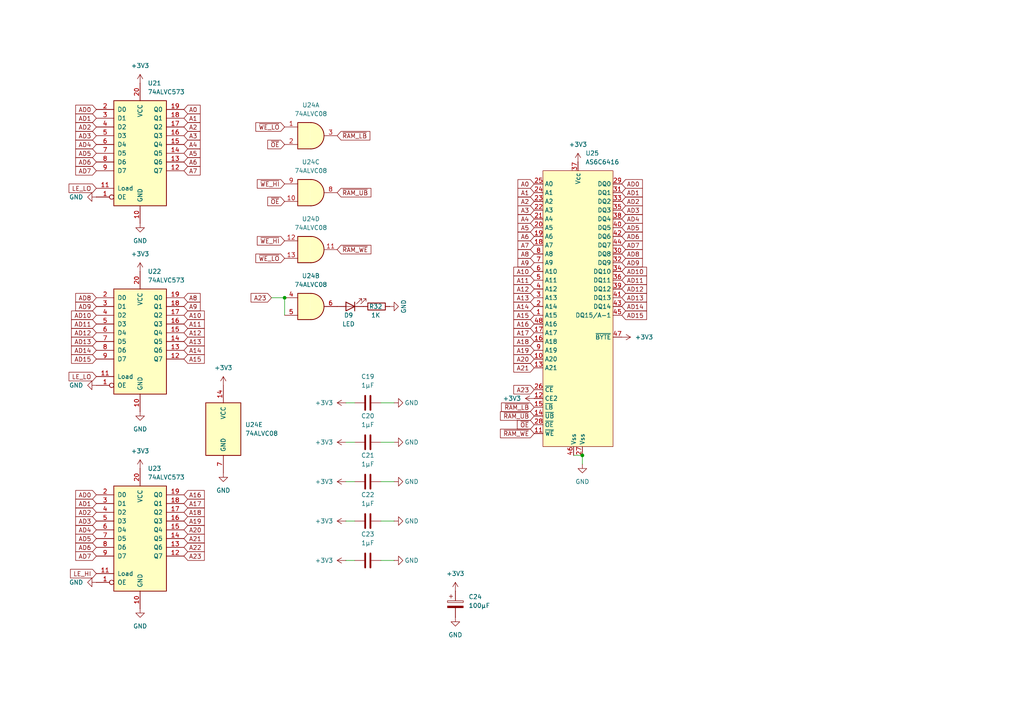
<source format=kicad_sch>
(kicad_sch (version 20250114) (generator "eeschema") (generator_version "9.0")
  (paper "A4")
  (lib_symbols
    (symbol "74xx:74LS08" (pin_names (offset 1.016))
      (property "Reference" "U" (at 0 1.27 0))
      (property "Value" "74LS08" (at 0 -1.27 0))
      (symbol "74LS08_1_1"
        (arc (start 0 3.81) (mid 3.7934 0) (end 0 -3.81) (stroke (width 0.254)) (fill (type background)))
        (polyline (pts (xy 0 3.81) (xy -3.81 3.81) (xy -3.81 -3.81) (xy 0 -3.81)) (stroke (width 0.254)) (fill (type background)))
        (pin input line (at -7.62 2.54 0) (length 3.81) (name "~") (number "1"))
        (pin input line (at -7.62 -2.54 0) (length 3.81) (name "~") (number "2"))
        (pin output line (at 7.62 0 180) (length 3.81) (name "~") (number "3"))
      )
      (symbol "74LS08_1_2"
        (arc (start -3.81 3.81) (mid -2.589 0) (end -3.81 -3.81) (stroke (width 0.254)))
        (polyline (pts (xy -3.81 3.81) (xy -0.635 3.81)) (stroke (width 0.254)) (fill (type background)))
        (polyline (pts (xy -3.81 -3.81) (xy -0.635 -3.81)) (stroke (width 0.254)) (fill (type background)))
        (arc (start 3.81 0) (mid 2.1855 -2.584) (end -0.6096 -3.81) (stroke (width 0.254)) (fill (type background)))
        (arc (start -0.6096 3.81) (mid 2.1928 2.5924) (end 3.81 0) (stroke (width 0.254)) (fill (type background)))
        (polyline (pts (xy -0.635 3.81) (xy -3.81 3.81) (xy -3.81 3.81) (xy -3.556 3.4036) (xy -3.0226 2.2606) (xy -2.6924 1.0414) (xy -2.6162 -0.254) (xy -2.7686 -1.4986) (xy -3.175 -2.7178) (xy -3.81 -3.81) (xy -3.81 -3.81) (xy -0.635 -3.81)) (stroke (width -25.4)) (fill (type background)))
        (pin input inverted (at -7.62 2.54 0) (length 4.318) (name "~") (number "1"))
        (pin input inverted (at -7.62 -2.54 0) (length 4.318) (name "~") (number "2"))
        (pin output inverted (at 7.62 0 180) (length 3.81) (name "~") (number "3"))
      )
      (symbol "74LS08_2_1"
        (arc (start 0 3.81) (mid 3.7934 0) (end 0 -3.81) (stroke (width 0.254)) (fill (type background)))
        (polyline (pts (xy 0 3.81) (xy -3.81 3.81) (xy -3.81 -3.81) (xy 0 -3.81)) (stroke (width 0.254)) (fill (type background)))
        (pin input line (at -7.62 2.54 0) (length 3.81) (name "~") (number "4"))
        (pin input line (at -7.62 -2.54 0) (length 3.81) (name "~") (number "5"))
        (pin output line (at 7.62 0 180) (length 3.81) (name "~") (number "6"))
      )
      (symbol "74LS08_2_2"
        (arc (start -3.81 3.81) (mid -2.589 0) (end -3.81 -3.81) (stroke (width 0.254)))
        (polyline (pts (xy -3.81 3.81) (xy -0.635 3.81)) (stroke (width 0.254)) (fill (type background)))
        (polyline (pts (xy -3.81 -3.81) (xy -0.635 -3.81)) (stroke (width 0.254)) (fill (type background)))
        (arc (start 3.81 0) (mid 2.1855 -2.584) (end -0.6096 -3.81) (stroke (width 0.254)) (fill (type background)))
        (arc (start -0.6096 3.81) (mid 2.1928 2.5924) (end 3.81 0) (stroke (width 0.254)) (fill (type background)))
        (polyline (pts (xy -0.635 3.81) (xy -3.81 3.81) (xy -3.81 3.81) (xy -3.556 3.4036) (xy -3.0226 2.2606) (xy -2.6924 1.0414) (xy -2.6162 -0.254) (xy -2.7686 -1.4986) (xy -3.175 -2.7178) (xy -3.81 -3.81) (xy -3.81 -3.81) (xy -0.635 -3.81)) (stroke (width -25.4)) (fill (type background)))
        (pin input inverted (at -7.62 2.54 0) (length 4.318) (name "~") (number "4"))
        (pin input inverted (at -7.62 -2.54 0) (length 4.318) (name "~") (number "5"))
        (pin output inverted (at 7.62 0 180) (length 3.81) (name "~") (number "6"))
      )
      (symbol "74LS08_3_1"
        (arc (start 0 3.81) (mid 3.7934 0) (end 0 -3.81) (stroke (width 0.254)) (fill (type background)))
        (polyline (pts (xy 0 3.81) (xy -3.81 3.81) (xy -3.81 -3.81) (xy 0 -3.81)) (stroke (width 0.254)) (fill (type background)))
        (pin input line (at -7.62 2.54 0) (length 3.81) (name "~") (number "9"))
        (pin input line (at -7.62 -2.54 0) (length 3.81) (name "~") (number "10"))
        (pin output line (at 7.62 0 180) (length 3.81) (name "~") (number "8"))
      )
      (symbol "74LS08_3_2"
        (arc (start -3.81 3.81) (mid -2.589 0) (end -3.81 -3.81) (stroke (width 0.254)))
        (polyline (pts (xy -3.81 3.81) (xy -0.635 3.81)) (stroke (width 0.254)) (fill (type background)))
        (polyline (pts (xy -3.81 -3.81) (xy -0.635 -3.81)) (stroke (width 0.254)) (fill (type background)))
        (arc (start 3.81 0) (mid 2.1855 -2.584) (end -0.6096 -3.81) (stroke (width 0.254)) (fill (type background)))
        (arc (start -0.6096 3.81) (mid 2.1928 2.5924) (end 3.81 0) (stroke (width 0.254)) (fill (type background)))
        (polyline (pts (xy -0.635 3.81) (xy -3.81 3.81) (xy -3.81 3.81) (xy -3.556 3.4036) (xy -3.0226 2.2606) (xy -2.6924 1.0414) (xy -2.6162 -0.254) (xy -2.7686 -1.4986) (xy -3.175 -2.7178) (xy -3.81 -3.81) (xy -3.81 -3.81) (xy -0.635 -3.81)) (stroke (width -25.4)) (fill (type background)))
        (pin input inverted (at -7.62 2.54 0) (length 4.318) (name "~") (number "9"))
        (pin input inverted (at -7.62 -2.54 0) (length 4.318) (name "~") (number "10"))
        (pin output inverted (at 7.62 0 180) (length 3.81) (name "~") (number "8"))
      )
      (symbol "74LS08_4_1"
        (arc (start 0 3.81) (mid 3.7934 0) (end 0 -3.81) (stroke (width 0.254)) (fill (type background)))
        (polyline (pts (xy 0 3.81) (xy -3.81 3.81) (xy -3.81 -3.81) (xy 0 -3.81)) (stroke (width 0.254)) (fill (type background)))
        (pin input line (at -7.62 2.54 0) (length 3.81) (name "~") (number "12"))
        (pin input line (at -7.62 -2.54 0) (length 3.81) (name "~") (number "13"))
        (pin output line (at 7.62 0 180) (length 3.81) (name "~") (number "11"))
      )
      (symbol "74LS08_4_2"
        (arc (start -3.81 3.81) (mid -2.589 0) (end -3.81 -3.81) (stroke (width 0.254)))
        (polyline (pts (xy -3.81 3.81) (xy -0.635 3.81)) (stroke (width 0.254)) (fill (type background)))
        (polyline (pts (xy -3.81 -3.81) (xy -0.635 -3.81)) (stroke (width 0.254)) (fill (type background)))
        (arc (start 3.81 0) (mid 2.1855 -2.584) (end -0.6096 -3.81) (stroke (width 0.254)) (fill (type background)))
        (arc (start -0.6096 3.81) (mid 2.1928 2.5924) (end 3.81 0) (stroke (width 0.254)) (fill (type background)))
        (polyline (pts (xy -0.635 3.81) (xy -3.81 3.81) (xy -3.81 3.81) (xy -3.556 3.4036) (xy -3.0226 2.2606) (xy -2.6924 1.0414) (xy -2.6162 -0.254) (xy -2.7686 -1.4986) (xy -3.175 -2.7178) (xy -3.81 -3.81) (xy -3.81 -3.81) (xy -0.635 -3.81)) (stroke (width -25.4)) (fill (type background)))
        (pin input inverted (at -7.62 2.54 0) (length 4.318) (name "~") (number "12"))
        (pin input inverted (at -7.62 -2.54 0) (length 4.318) (name "~") (number "13"))
        (pin output inverted (at 7.62 0 180) (length 3.81) (name "~") (number "11"))
      )
      (symbol "74LS08_5_0"
        (pin power_in line (at 0 12.7 270) (length 5.08) (name "VCC") (number "14"))
        (pin power_in line (at 0 -12.7 90) (length 5.08) (name "GND") (number "7"))
      )
      (symbol "74LS08_5_1"
        (rectangle (start -5.08 7.62) (end 5.08 -7.62) (stroke (width 0.254)) (fill (type background)))
      )
    )
    (symbol "74xx:74LS573" (pin_names (offset 1.016))
      (property "Reference" "U" (at -7.62 16.51 0))
      (property "Value" "74LS573" (at -7.62 -16.51 0))
      (symbol "74LS573_1_0"
        (pin input line (at -12.7 12.7 0) (length 5.08) (name "D0") (number "2"))
        (pin input line (at -12.7 10.16 0) (length 5.08) (name "D1") (number "3"))
        (pin input line (at -12.7 7.62 0) (length 5.08) (name "D2") (number "4"))
        (pin input line (at -12.7 5.08 0) (length 5.08) (name "D3") (number "5"))
        (pin input line (at -12.7 2.54 0) (length 5.08) (name "D4") (number "6"))
        (pin input line (at -12.7 0 0) (length 5.08) (name "D5") (number "7"))
        (pin input line (at -12.7 -2.54 0) (length 5.08) (name "D6") (number "8"))
        (pin input line (at -12.7 -5.08 0) (length 5.08) (name "D7") (number "9"))
        (pin input line (at -12.7 -10.16 0) (length 5.08) (name "Load") (number "11"))
        (pin input inverted (at -12.7 -12.7 0) (length 5.08) (name "OE") (number "1"))
        (pin power_in line (at 0 20.32 270) (length 5.08) (name "VCC") (number "20"))
        (pin power_in line (at 0 -20.32 90) (length 5.08) (name "GND") (number "10"))
        (pin tri_state line (at 12.7 12.7 180) (length 5.08) (name "Q0") (number "19"))
        (pin tri_state line (at 12.7 10.16 180) (length 5.08) (name "Q1") (number "18"))
        (pin tri_state line (at 12.7 7.62 180) (length 5.08) (name "Q2") (number "17"))
        (pin tri_state line (at 12.7 5.08 180) (length 5.08) (name "Q3") (number "16"))
        (pin tri_state line (at 12.7 2.54 180) (length 5.08) (name "Q4") (number "15"))
        (pin tri_state line (at 12.7 0 180) (length 5.08) (name "Q5") (number "14"))
        (pin tri_state line (at 12.7 -2.54 180) (length 5.08) (name "Q6") (number "13"))
        (pin tri_state line (at 12.7 -5.08 180) (length 5.08) (name "Q7") (number "12"))
      )
      (symbol "74LS573_1_1"
        (rectangle (start -7.62 15.24) (end 7.62 -15.24) (stroke (width 0.254)) (fill (type background)))
      )
    )
    (symbol "Device:C" (pin_numbers (hide yes)) (pin_names (offset 0.254))
      (property "Reference" "C" (at 0.635 2.54 0))
      (property "Value" "C" (at 0.635 -2.54 0))
      (symbol "C_0_1"
        (polyline (pts (xy -2.032 0.762) (xy 2.032 0.762)) (stroke (width 0.508)))
        (polyline (pts (xy -2.032 -0.762) (xy 2.032 -0.762)) (stroke (width 0.508)))
      )
      (symbol "C_1_1"
        (pin passive line (at 0 3.81 270) (length 2.794) (name "~") (number "1"))
        (pin passive line (at 0 -3.81 90) (length 2.794) (name "~") (number "2"))
      )
    )
    (symbol "Device:C_Polarized" (pin_numbers (hide yes)) (pin_names (offset 0.254))
      (property "Reference" "C" (at 0.635 2.54 0))
      (property "Value" "C_Polarized" (at 0.635 -2.54 0))
      (symbol "C_Polarized_0_1"
        (rectangle (start -2.286 0.508) (end 2.286 1.016))
        (polyline (pts (xy -1.778 2.286) (xy -0.762 2.286)))
        (polyline (pts (xy -1.27 2.794) (xy -1.27 1.778)))
        (rectangle (start 2.286 -0.508) (end -2.286 -1.016) (fill (type outline)))
      )
      (symbol "C_Polarized_1_1"
        (pin passive line (at 0 3.81 270) (length 2.794) (name "~") (number "1"))
        (pin passive line (at 0 -3.81 90) (length 2.794) (name "~") (number "2"))
      )
    )
    (symbol "Device:LED" (pin_numbers (hide yes)) (pin_names (offset 1.016) (hide yes))
      (property "Reference" "D" (at 0 2.54 0))
      (property "Value" "LED" (at 0 -2.54 0))
      (symbol "LED_0_1"
        (polyline (pts (xy -3.048 -0.762) (xy -4.572 -2.286) (xy -3.81 -2.286) (xy -4.572 -2.286) (xy -4.572 -1.524)))
        (polyline (pts (xy -1.778 -0.762) (xy -3.302 -2.286) (xy -2.54 -2.286) (xy -3.302 -2.286) (xy -3.302 -1.524)))
        (polyline (pts (xy -1.27 0) (xy 1.27 0)))
        (polyline (pts (xy -1.27 -1.27) (xy -1.27 1.27)) (stroke (width 0.254)))
        (polyline (pts (xy 1.27 -1.27) (xy 1.27 1.27) (xy -1.27 0) (xy 1.27 -1.27)) (stroke (width 0.254)))
      )
      (symbol "LED_1_1"
        (pin passive line (at -3.81 0 0) (length 2.54) (name "K") (number "1"))
        (pin passive line (at 3.81 0 180) (length 2.54) (name "A") (number "2"))
      )
    )
    (symbol "Device:R" (pin_numbers (hide yes)) (pin_names (offset 0))
      (property "Reference" "R" (at 2.032 0 90))
      (property "Value" "R" (at 0 0 90))
      (symbol "R_0_1"
        (rectangle (start -1.016 -2.54) (end 1.016 2.54) (stroke (width 0.254)))
      )
      (symbol "R_1_1"
        (pin passive line (at 0 3.81 270) (length 1.27) (name "~") (number "1"))
        (pin passive line (at 0 -3.81 90) (length 1.27) (name "~") (number "2"))
      )
    )
    (symbol "TholinsStuff:AS6C6416"
      (property "Reference" "U" (at 0 0 0))
      (property "Value" "AS6C6416" (at 0 0 0))
      (symbol "AS6C6416_0_0"
        (pin input line (at -12.7 -13.97 0) (length 2.54) (name "A0") (number "25"))
        (pin input line (at -12.7 -16.51 0) (length 2.54) (name "A1") (number "24"))
        (pin input line (at -12.7 -19.05 0) (length 2.54) (name "A2") (number "23"))
        (pin input line (at -12.7 -21.59 0) (length 2.54) (name "A3") (number "22"))
        (pin input line (at -12.7 -24.13 0) (length 2.54) (name "A4") (number "21"))
        (pin input line (at -12.7 -26.67 0) (length 2.54) (name "A5") (number "20"))
        (pin input line (at -12.7 -29.21 0) (length 2.54) (name "A6") (number "19"))
        (pin input line (at -12.7 -31.75 0) (length 2.54) (name "A7") (number "18"))
        (pin input line (at -12.7 -34.29 0) (length 2.54) (name "A8") (number "8"))
        (pin input line (at -12.7 -36.83 0) (length 2.54) (name "A9") (number "7"))
        (pin input line (at -12.7 -39.37 0) (length 2.54) (name "A10") (number "6"))
        (pin input line (at -12.7 -41.91 0) (length 2.54) (name "A11") (number "5"))
        (pin input line (at -12.7 -44.45 0) (length 2.54) (name "A12") (number "4"))
        (pin input line (at -12.7 -46.99 0) (length 2.54) (name "A13") (number "3"))
        (pin input line (at -12.7 -49.53 0) (length 2.54) (name "A14") (number "2"))
        (pin input line (at -12.7 -52.07 0) (length 2.54) (name "A15") (number "1"))
        (pin input line (at -12.7 -54.61 0) (length 2.54) (name "A16") (number "48"))
        (pin input line (at -12.7 -57.15 0) (length 2.54) (name "A17") (number "17"))
        (pin input line (at -12.7 -59.69 0) (length 2.54) (name "A18") (number "16"))
        (pin input line (at -12.7 -62.23 0) (length 2.54) (name "A19") (number "9"))
        (pin input line (at -12.7 -64.77 0) (length 2.54) (name "A20") (number "10"))
        (pin input line (at -12.7 -67.31 0) (length 2.54) (name "A21") (number "13"))
        (pin input line (at -12.7 -73.66 0) (length 2.54) (name "~{CE}") (number "26"))
        (pin input line (at -12.7 -76.2 0) (length 2.54) (name "CE2") (number "12"))
        (pin input line (at -12.7 -78.74 0) (length 2.54) (name "~{LB}") (number "15"))
        (pin input line (at -12.7 -81.28 0) (length 2.54) (name "~{UB}") (number "14"))
        (pin input line (at -12.7 -83.82 0) (length 2.54) (name "~{OE}") (number "28"))
        (pin input line (at -12.7 -86.36 0) (length 2.54) (name "~{WE}") (number "11"))
        (pin power_in line (at -1.27 -92.71 90) (length 2.54) (name "Vss") (number "46"))
        (pin power_in line (at 0 -7.62 270) (length 2.54) (name "Vcc") (number "37"))
        (pin power_in line (at 1.27 -92.71 90) (length 2.54) (name "Vss") (number "27"))
        (pin tri_state line (at 12.7 -13.97 180) (length 2.54) (name "DQ0") (number "29"))
        (pin tri_state line (at 12.7 -16.51 180) (length 2.54) (name "DQ1") (number "31"))
        (pin tri_state line (at 12.7 -19.05 180) (length 2.54) (name "DQ2") (number "33"))
        (pin tri_state line (at 12.7 -21.59 180) (length 2.54) (name "DQ3") (number "35"))
        (pin tri_state line (at 12.7 -24.13 180) (length 2.54) (name "DQ4") (number "38"))
        (pin tri_state line (at 12.7 -26.67 180) (length 2.54) (name "DQ5") (number "40"))
        (pin tri_state line (at 12.7 -29.21 180) (length 2.54) (name "DQ6") (number "42"))
        (pin tri_state line (at 12.7 -31.75 180) (length 2.54) (name "DQ7") (number "44"))
        (pin tri_state line (at 12.7 -34.29 180) (length 2.54) (name "DQ8") (number "30"))
        (pin tri_state line (at 12.7 -36.83 180) (length 2.54) (name "DQ9") (number "32"))
        (pin tri_state line (at 12.7 -39.37 180) (length 2.54) (name "DQ10") (number "34"))
        (pin tri_state line (at 12.7 -41.91 180) (length 2.54) (name "DQ11") (number "36"))
        (pin tri_state line (at 12.7 -44.45 180) (length 2.54) (name "DQ12") (number "39"))
        (pin tri_state line (at 12.7 -46.99 180) (length 2.54) (name "DQ13") (number "41"))
        (pin tri_state line (at 12.7 -49.53 180) (length 2.54) (name "DQ14") (number "43"))
        (pin tri_state line (at 12.7 -52.07 180) (length 2.54) (name "DQ15/A-1") (number "45"))
        (pin input line (at 12.7 -58.42 180) (length 2.54) (name "~{BYTE}") (number "47"))
      )
      (symbol "AS6C6416_1_1"
        (rectangle (start -10.16 -10.16) (end 10.16 -90.17) (fill (type background)))
      )
    )
    (symbol "power:+3V3" (power) (pin_numbers (hide yes)) (pin_names (offset 0) (hide yes))
      (property "Value" "+3V3" (at 0 3.556 0))
      (symbol "+3V3_0_1"
        (polyline (pts (xy -0.762 1.27) (xy 0 2.54)))
        (polyline (pts (xy 0 2.54) (xy 0.762 1.27)))
        (polyline (pts (xy 0 0) (xy 0 2.54)))
      )
      (symbol "+3V3_1_1"
        (pin power_in line (at 0 0 90) (length 0) (name "~") (number "1"))
      )
    )
    (symbol "power:GND" (power) (pin_numbers (hide yes)) (pin_names (offset 0) (hide yes))
      (property "Value" "GND" (at 0 -3.81 0))
      (symbol "GND_0_1"
        (polyline (pts (xy 0 0) (xy 0 -1.27) (xy 1.27 -1.27) (xy 0 -2.54) (xy -1.27 -1.27) (xy 0 -1.27)))
      )
      (symbol "GND_1_1"
        (pin power_in line (at 0 0 270) (length 0) (name "~") (number "1"))
      )
    )
  )
  (junction (at 168.91 132.08))
  (junction (at 82.55 86.36))
  (wire (pts (xy 100.33 151.13) (xy 102.87 151.13)))
  (wire (pts (xy 110.49 116.84) (xy 114.3 116.84)))
  (wire (pts (xy 100.33 116.84) (xy 102.87 116.84)))
  (wire (pts (xy 100.33 139.7) (xy 102.87 139.7)))
  (wire (pts (xy 78.74 86.36) (xy 82.55 86.36)))
  (wire (pts (xy 168.91 134.62) (xy 168.91 132.08)))
  (wire (pts (xy 110.49 151.13) (xy 114.3 151.13)))
  (wire (pts (xy 110.49 128.27) (xy 114.3 128.27)))
  (wire (pts (xy 100.33 162.56) (xy 102.87 162.56)))
  (wire (pts (xy 100.33 128.27) (xy 102.87 128.27)))
  (wire (pts (xy 168.91 132.08) (xy 166.37 132.08)))
  (wire (pts (xy 82.55 86.36) (xy 82.55 91.44)))
  (wire (pts (xy 110.49 162.56) (xy 114.3 162.56)))
  (wire (pts (xy 110.49 139.7) (xy 114.3 139.7)))
  (global_label "A20" (shape input) (at 53.34 153.67 0) (property "Intersheetrefs" "${INTERSHEET_REFS}" (effects (hide yes))))
  (global_label "A21" (shape input) (at 154.94 106.68 180) (property "Intersheetrefs" "${INTERSHEET_REFS}" (effects (hide yes))))
  (global_label "A11" (shape input) (at 53.34 93.98 0) (property "Intersheetrefs" "${INTERSHEET_REFS}" (effects (hide yes))))
  (global_label "~{RAM_UB}" (shape input) (at 154.94 120.65 180) (property "Intersheetrefs" "${INTERSHEET_REFS}" (effects (hide yes))))
  (global_label "A8" (shape input) (at 53.34 86.36 0) (property "Intersheetrefs" "${INTERSHEET_REFS}" (effects (hide yes))))
  (global_label "AD5" (shape input) (at 27.94 44.45 180) (property "Intersheetrefs" "${INTERSHEET_REFS}" (effects (hide yes))))
  (global_label "AD14" (shape input) (at 180.34 88.9 0) (property "Intersheetrefs" "${INTERSHEET_REFS}" (effects (hide yes))))
  (global_label "~{OE}" (shape input) (at 82.55 41.91 180) (property "Intersheetrefs" "${INTERSHEET_REFS}" (effects (hide yes))))
  (global_label "AD4" (shape input) (at 27.94 153.67 180) (property "Intersheetrefs" "${INTERSHEET_REFS}" (effects (hide yes))))
  (global_label "A13" (shape input) (at 154.94 86.36 180) (property "Intersheetrefs" "${INTERSHEET_REFS}" (effects (hide yes))))
  (global_label "AD4" (shape input) (at 180.34 63.5 0) (property "Intersheetrefs" "${INTERSHEET_REFS}" (effects (hide yes))))
  (global_label "AD10" (shape input) (at 180.34 78.74 0) (property "Intersheetrefs" "${INTERSHEET_REFS}" (effects (hide yes))))
  (global_label "AD7" (shape input) (at 180.34 71.12 0) (property "Intersheetrefs" "${INTERSHEET_REFS}" (effects (hide yes))))
  (global_label "AD2" (shape input) (at 180.34 58.42 0) (property "Intersheetrefs" "${INTERSHEET_REFS}" (effects (hide yes))))
  (global_label "AD10" (shape input) (at 27.94 91.44 180) (property "Intersheetrefs" "${INTERSHEET_REFS}" (effects (hide yes))))
  (global_label "AD3" (shape input) (at 27.94 151.13 180) (property "Intersheetrefs" "${INTERSHEET_REFS}" (effects (hide yes))))
  (global_label "AD5" (shape input) (at 180.34 66.04 0) (property "Intersheetrefs" "${INTERSHEET_REFS}" (effects (hide yes))))
  (global_label "A15" (shape input) (at 154.94 91.44 180) (property "Intersheetrefs" "${INTERSHEET_REFS}" (effects (hide yes))))
  (global_label "AD4" (shape input) (at 27.94 41.91 180) (property "Intersheetrefs" "${INTERSHEET_REFS}" (effects (hide yes))))
  (global_label "AD13" (shape input) (at 180.34 86.36 0) (property "Intersheetrefs" "${INTERSHEET_REFS}" (effects (hide yes))))
  (global_label "A4" (shape input) (at 154.94 63.5 180) (property "Intersheetrefs" "${INTERSHEET_REFS}" (effects (hide yes))))
  (global_label "AD0" (shape input) (at 180.34 53.34 0) (property "Intersheetrefs" "${INTERSHEET_REFS}" (effects (hide yes))))
  (global_label "AD9" (shape input) (at 180.34 76.2 0) (property "Intersheetrefs" "${INTERSHEET_REFS}" (effects (hide yes))))
  (global_label "LE_LO" (shape input) (at 27.94 54.61 180) (property "Intersheetrefs" "${INTERSHEET_REFS}" (effects (hide yes))))
  (global_label "AD3" (shape input) (at 180.34 60.96 0) (property "Intersheetrefs" "${INTERSHEET_REFS}" (effects (hide yes))))
  (global_label "A3" (shape input) (at 154.94 60.96 180) (property "Intersheetrefs" "${INTERSHEET_REFS}" (effects (hide yes))))
  (global_label "A8" (shape input) (at 154.94 73.66 180) (property "Intersheetrefs" "${INTERSHEET_REFS}" (effects (hide yes))))
  (global_label "AD6" (shape input) (at 27.94 46.99 180) (property "Intersheetrefs" "${INTERSHEET_REFS}" (effects (hide yes))))
  (global_label "~{RAM_LB}" (shape input) (at 97.79 39.37 0) (property "Intersheetrefs" "${INTERSHEET_REFS}" (effects (hide yes))))
  (global_label "AD12" (shape input) (at 180.34 83.82 0) (property "Intersheetrefs" "${INTERSHEET_REFS}" (effects (hide yes))))
  (global_label "AD11" (shape input) (at 27.94 93.98 180) (property "Intersheetrefs" "${INTERSHEET_REFS}" (effects (hide yes))))
  (global_label "A16" (shape input) (at 154.94 93.98 180) (property "Intersheetrefs" "${INTERSHEET_REFS}" (effects (hide yes))))
  (global_label "A19" (shape input) (at 53.34 151.13 0) (property "Intersheetrefs" "${INTERSHEET_REFS}" (effects (hide yes))))
  (global_label "A17" (shape input) (at 53.34 146.05 0) (property "Intersheetrefs" "${INTERSHEET_REFS}" (effects (hide yes))))
  (global_label "AD2" (shape input) (at 27.94 36.83 180) (property "Intersheetrefs" "${INTERSHEET_REFS}" (effects (hide yes))))
  (global_label "A23" (shape input) (at 154.94 113.03 180) (property "Intersheetrefs" "${INTERSHEET_REFS}" (effects (hide yes))))
  (global_label "A2" (shape input) (at 53.34 36.83 0) (property "Intersheetrefs" "${INTERSHEET_REFS}" (effects (hide yes))))
  (global_label "A1" (shape input) (at 53.34 34.29 0) (property "Intersheetrefs" "${INTERSHEET_REFS}" (effects (hide yes))))
  (global_label "A22" (shape input) (at 53.34 158.75 0) (property "Intersheetrefs" "${INTERSHEET_REFS}" (effects (hide yes))))
  (global_label "AD2" (shape input) (at 27.94 148.59 180) (property "Intersheetrefs" "${INTERSHEET_REFS}" (effects (hide yes))))
  (global_label "A6" (shape input) (at 154.94 68.58 180) (property "Intersheetrefs" "${INTERSHEET_REFS}" (effects (hide yes))))
  (global_label "AD7" (shape input) (at 27.94 161.29 180) (property "Intersheetrefs" "${INTERSHEET_REFS}" (effects (hide yes))))
  (global_label "A23" (shape input) (at 53.34 161.29 0) (property "Intersheetrefs" "${INTERSHEET_REFS}" (effects (hide yes))))
  (global_label "A12" (shape input) (at 154.94 83.82 180) (property "Intersheetrefs" "${INTERSHEET_REFS}" (effects (hide yes))))
  (global_label "AD1" (shape input) (at 27.94 34.29 180) (property "Intersheetrefs" "${INTERSHEET_REFS}" (effects (hide yes))))
  (global_label "AD13" (shape input) (at 27.94 99.06 180) (property "Intersheetrefs" "${INTERSHEET_REFS}" (effects (hide yes))))
  (global_label "A7" (shape input) (at 53.34 49.53 0) (property "Intersheetrefs" "${INTERSHEET_REFS}" (effects (hide yes))))
  (global_label "A16" (shape input) (at 53.34 143.51 0) (property "Intersheetrefs" "${INTERSHEET_REFS}" (effects (hide yes))))
  (global_label "A6" (shape input) (at 53.34 46.99 0) (property "Intersheetrefs" "${INTERSHEET_REFS}" (effects (hide yes))))
  (global_label "A12" (shape input) (at 53.34 96.52 0) (property "Intersheetrefs" "${INTERSHEET_REFS}" (effects (hide yes))))
  (global_label "A0" (shape input) (at 154.94 53.34 180) (property "Intersheetrefs" "${INTERSHEET_REFS}" (effects (hide yes))))
  (global_label "AD11" (shape input) (at 180.34 81.28 0) (property "Intersheetrefs" "${INTERSHEET_REFS}" (effects (hide yes))))
  (global_label "A23" (shape input) (at 78.74 86.36 180) (property "Intersheetrefs" "${INTERSHEET_REFS}" (effects (hide yes))))
  (global_label "A10" (shape input) (at 154.94 78.74 180) (property "Intersheetrefs" "${INTERSHEET_REFS}" (effects (hide yes))))
  (global_label "A2" (shape input) (at 154.94 58.42 180) (property "Intersheetrefs" "${INTERSHEET_REFS}" (effects (hide yes))))
  (global_label "A10" (shape input) (at 53.34 91.44 0) (property "Intersheetrefs" "${INTERSHEET_REFS}" (effects (hide yes))))
  (global_label "A13" (shape input) (at 53.34 99.06 0) (property "Intersheetrefs" "${INTERSHEET_REFS}" (effects (hide yes))))
  (global_label "A19" (shape input) (at 154.94 101.6 180) (property "Intersheetrefs" "${INTERSHEET_REFS}" (effects (hide yes))))
  (global_label "AD1" (shape input) (at 180.34 55.88 0) (property "Intersheetrefs" "${INTERSHEET_REFS}" (effects (hide yes))))
  (global_label "A9" (shape input) (at 154.94 76.2 180) (property "Intersheetrefs" "${INTERSHEET_REFS}" (effects (hide yes))))
  (global_label "~{OE}" (shape input) (at 82.55 58.42 180) (property "Intersheetrefs" "${INTERSHEET_REFS}" (effects (hide yes))))
  (global_label "A15" (shape input) (at 53.34 104.14 0) (property "Intersheetrefs" "${INTERSHEET_REFS}" (effects (hide yes))))
  (global_label "AD8" (shape input) (at 180.34 73.66 0) (property "Intersheetrefs" "${INTERSHEET_REFS}" (effects (hide yes))))
  (global_label "LE_LO" (shape input) (at 27.94 109.22 180) (property "Intersheetrefs" "${INTERSHEET_REFS}" (effects (hide yes))))
  (global_label "~{RAM_LB}" (shape input) (at 154.94 118.11 180) (property "Intersheetrefs" "${INTERSHEET_REFS}" (effects (hide yes))))
  (global_label "AD0" (shape input) (at 27.94 31.75 180) (property "Intersheetrefs" "${INTERSHEET_REFS}" (effects (hide yes))))
  (global_label "~{RAM_WE}" (shape input) (at 154.94 125.73 180) (property "Intersheetrefs" "${INTERSHEET_REFS}" (effects (hide yes))))
  (global_label "AD6" (shape input) (at 180.34 68.58 0) (property "Intersheetrefs" "${INTERSHEET_REFS}" (effects (hide yes))))
  (global_label "A17" (shape input) (at 154.94 96.52 180) (property "Intersheetrefs" "${INTERSHEET_REFS}" (effects (hide yes))))
  (global_label "A7" (shape input) (at 154.94 71.12 180) (property "Intersheetrefs" "${INTERSHEET_REFS}" (effects (hide yes))))
  (global_label "A11" (shape input) (at 154.94 81.28 180) (property "Intersheetrefs" "${INTERSHEET_REFS}" (effects (hide yes))))
  (global_label "AD5" (shape input) (at 27.94 156.21 180) (property "Intersheetrefs" "${INTERSHEET_REFS}" (effects (hide yes))))
  (global_label "A21" (shape input) (at 53.34 156.21 0) (property "Intersheetrefs" "${INTERSHEET_REFS}" (effects (hide yes))))
  (global_label "AD6" (shape input) (at 27.94 158.75 180) (property "Intersheetrefs" "${INTERSHEET_REFS}" (effects (hide yes))))
  (global_label "A14" (shape input) (at 53.34 101.6 0) (property "Intersheetrefs" "${INTERSHEET_REFS}" (effects (hide yes))))
  (global_label "AD15" (shape input) (at 180.34 91.44 0) (property "Intersheetrefs" "${INTERSHEET_REFS}" (effects (hide yes))))
  (global_label "A14" (shape input) (at 154.94 88.9 180) (property "Intersheetrefs" "${INTERSHEET_REFS}" (effects (hide yes))))
  (global_label "LE_HI" (shape input) (at 27.94 166.37 180) (property "Intersheetrefs" "${INTERSHEET_REFS}" (effects (hide yes))))
  (global_label "A9" (shape input) (at 53.34 88.9 0) (property "Intersheetrefs" "${INTERSHEET_REFS}" (effects (hide yes))))
  (global_label "~{WE_LO}" (shape input) (at 82.55 36.83 180) (property "Intersheetrefs" "${INTERSHEET_REFS}" (effects (hide yes))))
  (global_label "A18" (shape input) (at 154.94 99.06 180) (property "Intersheetrefs" "${INTERSHEET_REFS}" (effects (hide yes))))
  (global_label "~{OE}" (shape input) (at 154.94 123.19 180) (property "Intersheetrefs" "${INTERSHEET_REFS}" (effects (hide yes))))
  (global_label "~{RAM_WE}" (shape input) (at 97.79 72.39 0) (property "Intersheetrefs" "${INTERSHEET_REFS}" (effects (hide yes))))
  (global_label "AD7" (shape input) (at 27.94 49.53 180) (property "Intersheetrefs" "${INTERSHEET_REFS}" (effects (hide yes))))
  (global_label "~{WE_HI}" (shape input) (at 82.55 53.34 180) (property "Intersheetrefs" "${INTERSHEET_REFS}" (effects (hide yes))))
  (global_label "AD8" (shape input) (at 27.94 86.36 180) (property "Intersheetrefs" "${INTERSHEET_REFS}" (effects (hide yes))))
  (global_label "A5" (shape input) (at 154.94 66.04 180) (property "Intersheetrefs" "${INTERSHEET_REFS}" (effects (hide yes))))
  (global_label "AD3" (shape input) (at 27.94 39.37 180) (property "Intersheetrefs" "${INTERSHEET_REFS}" (effects (hide yes))))
  (global_label "A20" (shape input) (at 154.94 104.14 180) (property "Intersheetrefs" "${INTERSHEET_REFS}" (effects (hide yes))))
  (global_label "AD15" (shape input) (at 27.94 104.14 180) (property "Intersheetrefs" "${INTERSHEET_REFS}" (effects (hide yes))))
  (global_label "~{WE_HI}" (shape input) (at 82.55 69.85 180) (property "Intersheetrefs" "${INTERSHEET_REFS}" (effects (hide yes))))
  (global_label "~{RAM_UB}" (shape input) (at 97.79 55.88 0) (property "Intersheetrefs" "${INTERSHEET_REFS}" (effects (hide yes))))
  (global_label "A3" (shape input) (at 53.34 39.37 0) (property "Intersheetrefs" "${INTERSHEET_REFS}" (effects (hide yes))))
  (global_label "AD0" (shape input) (at 27.94 143.51 180) (property "Intersheetrefs" "${INTERSHEET_REFS}" (effects (hide yes))))
  (global_label "A5" (shape input) (at 53.34 44.45 0) (property "Intersheetrefs" "${INTERSHEET_REFS}" (effects (hide yes))))
  (global_label "A0" (shape input) (at 53.34 31.75 0) (property "Intersheetrefs" "${INTERSHEET_REFS}" (effects (hide yes))))
  (global_label "AD1" (shape input) (at 27.94 146.05 180) (property "Intersheetrefs" "${INTERSHEET_REFS}" (effects (hide yes))))
  (global_label "AD14" (shape input) (at 27.94 101.6 180) (property "Intersheetrefs" "${INTERSHEET_REFS}" (effects (hide yes))))
  (global_label "A1" (shape input) (at 154.94 55.88 180) (property "Intersheetrefs" "${INTERSHEET_REFS}" (effects (hide yes))))
  (global_label "~{WE_LO}" (shape input) (at 82.55 74.93 180) (property "Intersheetrefs" "${INTERSHEET_REFS}" (effects (hide yes))))
  (global_label "A4" (shape input) (at 53.34 41.91 0) (property "Intersheetrefs" "${INTERSHEET_REFS}" (effects (hide yes))))
  (global_label "AD9" (shape input) (at 27.94 88.9 180) (property "Intersheetrefs" "${INTERSHEET_REFS}" (effects (hide yes))))
  (global_label "A18" (shape input) (at 53.34 148.59 0) (property "Intersheetrefs" "${INTERSHEET_REFS}" (effects (hide yes))))
  (global_label "AD12" (shape input) (at 27.94 96.52 180) (property "Intersheetrefs" "${INTERSHEET_REFS}" (effects (hide yes))))
  (symbol (lib_id "Device:C_Polarized") (at 132.08 175.26 0) (unit 1)
    (property "Reference" "C24" (at 135.89 173.1009 0) (effects (justify left)))
    (property "Value" "100µF" (at 135.89 175.6409 0) (effects (justify left)))
    (property "Footprint" "Capacitor_SMD:CP_Elec_4x3" (effects (hide yes)))
    (property "Description" "Polarized capacitor" (effects (hide yes)))
  )
  (symbol (lib_id "74xx:74LS573") (at 40.64 44.45 0) (unit 1)
    (property "Reference" "U21" (at 42.8341 24.13 0) (effects (justify left)))
    (property "Value" "74ALVC573" (at 42.8341 26.67 0) (effects (justify left)))
    (property "Footprint" "Package_SO:TSSOP-20_4.4x6.5mm_P0.65mm" (effects (hide yes)))
    (property "Datasheet" "https://www.tme.eu/Document/b3b05de10de2c029be1eb0a0ceb6e3e0/74LVC573APW,118.pdf" (effects (hide yes)))
    (property "Description" "8-bit Latch 3-state outputs" (effects (hide yes)))
    (property "Mouser" "771-ALVC573PW118" (effects (hide yes)))
  )
  (symbol (lib_id "power:GND") (at 132.08 179.07 0) (unit 1)
    (property "Reference" "#PWR0149" (effects (hide yes)))
    (property "Value" "GND" (at 132.08 184.15 0))
    (property "Description" "Power symbol creates a global label with name \"GND\" , ground" (effects (hide yes)))
  )
  (symbol (lib_id "TholinsStuff:AS6C6416") (at 167.64 39.37 0) (unit 1)
    (property "Reference" "U25" (at 169.7833 44.45 0) (effects (justify left)))
    (property "Value" "AS6C6416" (at 169.7833 46.99 0) (effects (justify left)))
    (property "Footprint" "Package_SO:TSOP-I-48_18.4x12mm_P0.5mm" (effects (hide yes)))
    (property "Datasheet" "https://www.mouser.de/datasheet/2/12/Alliance_Memory_64M_AS6C6416_55TIN_v1_0_July_2017-3680699.pdf" (effects (hide yes)))
    (property "Mouser" "913-AS6C6416-55TIN" (effects (hide yes)))
  )
  (symbol (lib_id "power:GND") (at 40.64 119.38 0) (unit 1)
    (property "Reference" "#PWR0126" (effects (hide yes)))
    (property "Value" "GND" (at 40.64 124.46 0))
    (property "Description" "Power symbol creates a global label with name \"GND\" , ground" (effects (hide yes)))
  )
  (symbol (lib_id "power:GND") (at 27.94 57.15 270) (unit 1)
    (property "Reference" "#PWR0120" (effects (hide yes)))
    (property "Value" "GND" (at 24.13 57.1499 90) (effects (justify right)))
    (property "Description" "Power symbol creates a global label with name \"GND\" , ground" (effects (hide yes)))
  )
  (symbol (lib_id "Device:C") (at 106.68 151.13 90) (unit 1)
    (property "Reference" "C22" (at 106.68 143.51 90))
    (property "Value" "1µF" (at 106.68 146.05 90))
    (property "Footprint" "Capacitor_SMD:C_0805_2012Metric_Pad1.18x1.45mm_HandSolder" (effects (hide yes)))
  )
  (symbol (lib_id "power:GND") (at 113.03 88.9 90) (unit 1)
    (property "Reference" "#PWR0131" (effects (hide yes)))
    (property "Value" "GND" (at 117.094 88.9 0))
    (property "Description" "Power symbol creates a global label with name \"GND\" , ground" (effects (hide yes)))
  )
  (symbol (lib_id "power:GND") (at 114.3 128.27 90) (unit 1)
    (property "Reference" "#PWR0142" (effects (hide yes)))
    (property "Value" "GND" (at 119.38 128.27 90))
    (property "Sim.Device" "V" (effects (hide yes)))
    (property "Sim.Type" "DC" (effects (hide yes)))
    (property "Sim.Pins" "1=+" (effects (hide yes)))
    (property "Sim.Params" "dc=0" (effects (hide yes)))
  )
  (symbol (lib_id "power:+3V3") (at 132.08 171.45 0) (unit 1)
    (property "Reference" "#PWR0148" (effects (hide yes)))
    (property "Value" "+3V3" (at 132.08 166.37 0))
    (property "Description" "Power symbol creates a global label with name \"+3V3\"" (effects (hide yes)))
  )
  (symbol (lib_id "74xx:74LS08") (at 90.17 88.9 0) (unit 2)
    (property "Reference" "U24" (at 90.1617 80.01 0))
    (property "Value" "74ALVC08" (at 90.1617 82.55 0))
    (property "Footprint" "Package_SO:SOIC-14_3.9x8.7mm_P1.27mm" (effects (hide yes)))
    (property "Datasheet" "http://www.ti.com/lit/gpn/sn74LS08" (effects (hide yes)))
    (property "Description" "Quad And2" (effects (hide yes)))
    (property "Mouser" "771-ALVC08D118" (effects (hide yes)))
  )
  (symbol (lib_id "Device:C") (at 106.68 116.84 90) (unit 1)
    (property "Reference" "C19" (at 106.68 109.22 90))
    (property "Value" "1µF" (at 106.68 111.76 90))
    (property "Footprint" "Capacitor_SMD:C_0805_2012Metric_Pad1.18x1.45mm_HandSolder" (effects (hide yes)))
  )
  (symbol (lib_id "74xx:74LS08") (at 90.17 55.88 0) (unit 3)
    (property "Reference" "U24" (at 90.1617 46.99 0))
    (property "Value" "74ALVC08" (at 90.1617 49.53 0))
    (property "Footprint" "Package_SO:SOIC-14_3.9x8.7mm_P1.27mm" (effects (hide yes)))
    (property "Datasheet" "http://www.ti.com/lit/gpn/sn74LS08" (effects (hide yes)))
    (property "Description" "Quad And2" (effects (hide yes)))
    (property "Mouser" "771-ALVC08D118" (effects (hide yes)))
  )
  (symbol (lib_id "Device:LED") (at 101.6 88.9 180) (unit 1)
    (property "Reference" "D9" (at 101.092 91.44 0))
    (property "Value" "LED" (at 101.092 93.98 0))
    (property "Footprint" "LED_SMD:LED_1206_3216Metric_Pad1.42x1.75mm_HandSolder" (effects (hide yes)))
  )
  (symbol (lib_id "power:+3V3") (at 40.64 135.89 0) (unit 1)
    (property "Reference" "#PWR0127" (effects (hide yes)))
    (property "Value" "+3V3" (at 40.64 130.81 0))
    (property "Description" "Power symbol creates a global label with name \"+3V3\"" (effects (hide yes)))
  )
  (symbol (lib_id "power:+3V3") (at 40.64 24.13 0) (unit 1)
    (property "Reference" "#PWR0123" (effects (hide yes)))
    (property "Value" "+3V3" (at 40.64 19.05 0))
    (property "Description" "Power symbol creates a global label with name \"+3V3\"" (effects (hide yes)))
  )
  (symbol (lib_id "power:+3V3") (at 180.34 97.79 270) (unit 1)
    (property "Reference" "#PWR0136" (effects (hide yes)))
    (property "Value" "+3V3" (at 184.15 97.7899 90) (effects (justify left)))
    (property "Description" "Power symbol creates a global label with name \"+3V3\"" (effects (hide yes)))
  )
  (symbol (lib_id "power:GND") (at 40.64 64.77 0) (unit 1)
    (property "Reference" "#PWR0124" (effects (hide yes)))
    (property "Value" "GND" (at 40.64 69.85 0))
    (property "Description" "Power symbol creates a global label with name \"GND\" , ground" (effects (hide yes)))
  )
  (symbol (lib_id "power:GND") (at 114.3 139.7 90) (unit 1)
    (property "Reference" "#PWR0143" (effects (hide yes)))
    (property "Value" "GND" (at 119.38 139.7 90))
    (property "Sim.Device" "V" (effects (hide yes)))
    (property "Sim.Type" "DC" (effects (hide yes)))
    (property "Sim.Pins" "1=+" (effects (hide yes)))
    (property "Sim.Params" "dc=0" (effects (hide yes)))
  )
  (symbol (lib_id "power:+3V3") (at 100.33 116.84 90) (unit 1)
    (property "Reference" "#PWR0138" (effects (hide yes)))
    (property "Value" "+3V3" (at 93.98 116.84 90))
    (property "Sim.Device" "V" (effects (hide yes)))
    (property "Sim.Type" "DC" (effects (hide yes)))
    (property "Sim.Pins" "1=+" (effects (hide yes)))
    (property "Sim.Params" "dc=3.3" (effects (hide yes)))
  )
  (symbol (lib_id "power:GND") (at 27.94 168.91 270) (unit 1)
    (property "Reference" "#PWR0122" (effects (hide yes)))
    (property "Value" "GND" (at 24.13 168.9099 90) (effects (justify right)))
    (property "Description" "Power symbol creates a global label with name \"GND\" , ground" (effects (hide yes)))
  )
  (symbol (lib_id "74xx:74LS08") (at 90.17 39.37 0) (unit 1)
    (property "Reference" "U24" (at 90.1617 30.48 0))
    (property "Value" "74ALVC08" (at 90.1617 33.02 0))
    (property "Footprint" "Package_SO:SOIC-14_3.9x8.7mm_P1.27mm" (effects (hide yes)))
    (property "Datasheet" "http://www.ti.com/lit/gpn/sn74LS08" (effects (hide yes)))
    (property "Description" "Quad And2" (effects (hide yes)))
    (property "Mouser" "771-ALVC08D118" (effects (hide yes)))
  )
  (symbol (lib_id "power:+3V3") (at 40.64 78.74 0) (unit 1)
    (property "Reference" "#PWR0125" (effects (hide yes)))
    (property "Value" "+3V3" (at 40.64 73.66 0))
    (property "Description" "Power symbol creates a global label with name \"+3V3\"" (effects (hide yes)))
  )
  (symbol (lib_id "power:+3V3") (at 64.77 111.76 0) (unit 1)
    (property "Reference" "#PWR0129" (effects (hide yes)))
    (property "Value" "+3V3" (at 64.77 106.68 0))
    (property "Description" "Power symbol creates a global label with name \"+3V3\"" (effects (hide yes)))
  )
  (symbol (lib_id "power:GND") (at 64.77 137.16 0) (unit 1)
    (property "Reference" "#PWR0130" (effects (hide yes)))
    (property "Value" "GND" (at 64.77 142.24 0))
    (property "Description" "Power symbol creates a global label with name \"GND\" , ground" (effects (hide yes)))
  )
  (symbol (lib_id "power:GND") (at 114.3 162.56 90) (unit 1)
    (property "Reference" "#PWR0147" (effects (hide yes)))
    (property "Value" "GND" (at 119.38 162.56 90))
    (property "Sim.Device" "V" (effects (hide yes)))
    (property "Sim.Type" "DC" (effects (hide yes)))
    (property "Sim.Pins" "1=+" (effects (hide yes)))
    (property "Sim.Params" "dc=0" (effects (hide yes)))
  )
  (symbol (lib_id "power:GND") (at 114.3 116.84 90) (unit 1)
    (property "Reference" "#PWR0141" (effects (hide yes)))
    (property "Value" "GND" (at 119.38 116.84 90))
    (property "Sim.Device" "V" (effects (hide yes)))
    (property "Sim.Type" "DC" (effects (hide yes)))
    (property "Sim.Pins" "1=+" (effects (hide yes)))
    (property "Sim.Params" "dc=0" (effects (hide yes)))
  )
  (symbol (lib_id "power:+3V3") (at 100.33 162.56 90) (unit 1)
    (property "Reference" "#PWR0146" (effects (hide yes)))
    (property "Value" "+3V3" (at 93.98 162.56 90))
    (property "Sim.Device" "V" (effects (hide yes)))
    (property "Sim.Type" "DC" (effects (hide yes)))
    (property "Sim.Pins" "1=+" (effects (hide yes)))
    (property "Sim.Params" "dc=3.3" (effects (hide yes)))
  )
  (symbol (lib_id "power:+3V3") (at 100.33 139.7 90) (unit 1)
    (property "Reference" "#PWR0140" (effects (hide yes)))
    (property "Value" "+3V3" (at 93.98 139.7 90))
    (property "Sim.Device" "V" (effects (hide yes)))
    (property "Sim.Type" "DC" (effects (hide yes)))
    (property "Sim.Pins" "1=+" (effects (hide yes)))
    (property "Sim.Params" "dc=3.3" (effects (hide yes)))
  )
  (symbol (lib_id "power:+3V3") (at 154.94 115.57 90) (unit 1)
    (property "Reference" "#PWR0137" (effects (hide yes)))
    (property "Value" "+3V3" (at 151.13 115.5699 90) (effects (justify left)))
    (property "Description" "Power symbol creates a global label with name \"+3V3\"" (effects (hide yes)))
  )
  (symbol (lib_id "74xx:74LS08") (at 90.17 72.39 0) (unit 4)
    (property "Reference" "U24" (at 90.1617 63.5 0))
    (property "Value" "74ALVC08" (at 90.1617 66.04 0))
    (property "Footprint" "Package_SO:SOIC-14_3.9x8.7mm_P1.27mm" (effects (hide yes)))
    (property "Datasheet" "http://www.ti.com/lit/gpn/sn74LS08" (effects (hide yes)))
    (property "Description" "Quad And2" (effects (hide yes)))
    (property "Mouser" "771-ALVC08D118" (effects (hide yes)))
  )
  (symbol (lib_id "power:+3V3") (at 167.64 46.99 0) (unit 1)
    (property "Reference" "#PWR0134" (effects (hide yes)))
    (property "Value" "+3V3" (at 167.64 41.91 0))
    (property "Description" "Power symbol creates a global label with name \"+3V3\"" (effects (hide yes)))
  )
  (symbol (lib_id "power:+3V3") (at 100.33 151.13 90) (unit 1)
    (property "Reference" "#PWR0144" (effects (hide yes)))
    (property "Value" "+3V3" (at 93.98 151.13 90))
    (property "Sim.Device" "V" (effects (hide yes)))
    (property "Sim.Type" "DC" (effects (hide yes)))
    (property "Sim.Pins" "1=+" (effects (hide yes)))
    (property "Sim.Params" "dc=3.3" (effects (hide yes)))
  )
  (symbol (lib_id "Device:C") (at 106.68 162.56 90) (unit 1)
    (property "Reference" "C23" (at 106.68 154.94 90))
    (property "Value" "1µF" (at 106.68 157.48 90))
    (property "Footprint" "Capacitor_SMD:C_0805_2012Metric_Pad1.18x1.45mm_HandSolder" (effects (hide yes)))
  )
  (symbol (lib_id "power:GND") (at 40.64 176.53 0) (unit 1)
    (property "Reference" "#PWR0128" (effects (hide yes)))
    (property "Value" "GND" (at 40.64 181.61 0))
    (property "Description" "Power symbol creates a global label with name \"GND\" , ground" (effects (hide yes)))
  )
  (symbol (lib_id "Device:R") (at 109.22 88.9 90) (unit 1)
    (property "Reference" "R32" (at 108.966 88.9 90))
    (property "Value" "1K" (at 108.966 91.44 90))
    (property "Footprint" "Resistor_SMD:R_1206_3216Metric_Pad1.30x1.75mm_HandSolder" (effects (hide yes)))
  )
  (symbol (lib_id "74xx:74LS573") (at 40.64 156.21 0) (unit 1)
    (property "Reference" "U23" (at 42.8341 135.89 0) (effects (justify left)))
    (property "Value" "74ALVC573" (at 42.8341 138.43 0) (effects (justify left)))
    (property "Footprint" "Package_SO:TSSOP-20_4.4x6.5mm_P0.65mm" (effects (hide yes)))
    (property "Datasheet" "https://www.tme.eu/Document/b3b05de10de2c029be1eb0a0ceb6e3e0/74LVC573APW,118.pdf" (effects (hide yes)))
    (property "Description" "8-bit Latch 3-state outputs" (effects (hide yes)))
    (property "Mouser" "771-ALVC573PW118" (effects (hide yes)))
  )
  (symbol (lib_id "power:+3V3") (at 100.33 128.27 90) (unit 1)
    (property "Reference" "#PWR0139" (effects (hide yes)))
    (property "Value" "+3V3" (at 93.98 128.27 90))
    (property "Sim.Device" "V" (effects (hide yes)))
    (property "Sim.Type" "DC" (effects (hide yes)))
    (property "Sim.Pins" "1=+" (effects (hide yes)))
    (property "Sim.Params" "dc=3.3" (effects (hide yes)))
  )
  (symbol (lib_id "power:GND") (at 114.3 151.13 90) (unit 1)
    (property "Reference" "#PWR0145" (effects (hide yes)))
    (property "Value" "GND" (at 119.38 151.13 90))
    (property "Sim.Device" "V" (effects (hide yes)))
    (property "Sim.Type" "DC" (effects (hide yes)))
    (property "Sim.Pins" "1=+" (effects (hide yes)))
    (property "Sim.Params" "dc=0" (effects (hide yes)))
  )
  (symbol (lib_id "74xx:74LS573") (at 40.64 99.06 0) (unit 1)
    (property "Reference" "U22" (at 42.8341 78.74 0) (effects (justify left)))
    (property "Value" "74ALVC573" (at 42.8341 81.28 0) (effects (justify left)))
    (property "Footprint" "Package_SO:TSSOP-20_4.4x6.5mm_P0.65mm" (effects (hide yes)))
    (property "Datasheet" "https://www.tme.eu/Document/b3b05de10de2c029be1eb0a0ceb6e3e0/74LVC573APW,118.pdf" (effects (hide yes)))
    (property "Description" "8-bit Latch 3-state outputs" (effects (hide yes)))
    (property "Mouser" "771-ALVC573PW118" (effects (hide yes)))
  )
  (symbol (lib_id "power:GND") (at 27.94 111.76 270) (unit 1)
    (property "Reference" "#PWR0121" (effects (hide yes)))
    (property "Value" "GND" (at 24.13 111.7599 90) (effects (justify right)))
    (property "Description" "Power symbol creates a global label with name \"GND\" , ground" (effects (hide yes)))
  )
  (symbol (lib_id "Device:C") (at 106.68 139.7 90) (unit 1)
    (property "Reference" "C21" (at 106.68 132.08 90))
    (property "Value" "1µF" (at 106.68 134.62 90))
    (property "Footprint" "Capacitor_SMD:C_0805_2012Metric_Pad1.18x1.45mm_HandSolder" (effects (hide yes)))
  )
  (symbol (lib_id "power:GND") (at 168.91 134.62 0) (unit 1)
    (property "Reference" "#PWR0135" (effects (hide yes)))
    (property "Value" "GND" (at 168.91 139.7 0))
    (property "Description" "Power symbol creates a global label with name \"GND\" , ground" (effects (hide yes)))
  )
  (symbol (lib_id "74xx:74LS08") (at 64.77 124.46 0) (unit 5)
    (property "Reference" "U24" (at 71.12 123.1899 0) (effects (justify left)))
    (property "Value" "74ALVC08" (at 71.12 125.7299 0) (effects (justify left)))
    (property "Footprint" "Package_SO:SOIC-14_3.9x8.7mm_P1.27mm" (effects (hide yes)))
    (property "Datasheet" "http://www.ti.com/lit/gpn/sn74LS08" (effects (hide yes)))
    (property "Description" "Quad And2" (effects (hide yes)))
    (property "Mouser" "771-ALVC08D118" (effects (hide yes)))
  )
  (symbol (lib_id "Device:C") (at 106.68 128.27 90) (unit 1)
    (property "Reference" "C20" (at 106.68 120.65 90))
    (property "Value" "1µF" (at 106.68 123.19 90))
    (property "Footprint" "Capacitor_SMD:C_0805_2012Metric_Pad1.18x1.45mm_HandSolder" (effects (hide yes)))
  )
)
</source>
